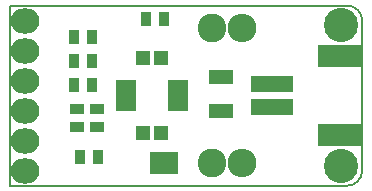
<source format=gbr>
G04 #@! TF.FileFunction,Soldermask,Top*
%FSLAX46Y46*%
G04 Gerber Fmt 4.6, Leading zero omitted, Abs format (unit mm)*
G04 Created by KiCad (PCBNEW 4.0.4-stable) date 02/22/17 18:27:42*
%MOMM*%
%LPD*%
G01*
G04 APERTURE LIST*
%ADD10C,0.100000*%
%ADD11C,0.150000*%
%ADD12C,2.900000*%
%ADD13R,1.200000X1.150000*%
%ADD14R,1.162000X1.924000*%
%ADD15R,3.600000X1.395680*%
%ADD16R,3.600000X1.398220*%
%ADD17R,3.798520X1.898600*%
%ADD18R,3.795980X1.898600*%
%ADD19C,2.432000*%
%ADD20O,2.432000X2.432000*%
%ADD21O,2.432000X2.127200*%
%ADD22R,1.300000X0.900000*%
%ADD23R,0.900000X1.300000*%
%ADD24R,1.800000X0.700000*%
%ADD25R,2.100000X1.300000*%
G04 APERTURE END LIST*
D10*
D11*
X163830000Y-70485000D02*
X135255000Y-70485000D01*
X165100000Y-69215000D02*
X165100000Y-56515000D01*
X163830000Y-55245000D02*
X137160000Y-55245000D01*
X165100000Y-56515000D02*
G75*
G03X163830000Y-55245000I-1270000J0D01*
G01*
X163830000Y-70485000D02*
G75*
G03X165100000Y-69215000I0J1270000D01*
G01*
X137160000Y-55245000D02*
X135255000Y-55245000D01*
X135255000Y-55245000D02*
X135255000Y-70485000D01*
D12*
X163322000Y-56896000D03*
X163322000Y-68834000D03*
D13*
X146570000Y-66040000D03*
X148070000Y-66040000D03*
X146570000Y-59690000D03*
X148070000Y-59690000D03*
D14*
X148936000Y-68580000D03*
X147736000Y-68580000D03*
D15*
X157480000Y-63865760D03*
D16*
X157480000Y-61864240D03*
D17*
X163228020Y-66210180D03*
D18*
X163228020Y-59517280D03*
D19*
X152400000Y-57150000D03*
D20*
X154940000Y-57150000D03*
D19*
X152400000Y-68580000D03*
D20*
X154940000Y-68580000D03*
D21*
X136525000Y-69215000D03*
X136525000Y-66675000D03*
X136525000Y-64135000D03*
X136525000Y-61595000D03*
X136525000Y-59055000D03*
X136525000Y-56515000D03*
D22*
X140970000Y-64020000D03*
X140970000Y-65520000D03*
X142621000Y-65520000D03*
X142621000Y-64020000D03*
D23*
X142736000Y-68072000D03*
X141236000Y-68072000D03*
X142228000Y-59944000D03*
X140728000Y-59944000D03*
X142228000Y-57912000D03*
X140728000Y-57912000D03*
X142228000Y-61976000D03*
X140728000Y-61976000D03*
X146824000Y-56388000D03*
X148324000Y-56388000D03*
D24*
X149520000Y-63865000D03*
X149520000Y-63365000D03*
X149520000Y-62865000D03*
X149520000Y-62365000D03*
X149520000Y-61865000D03*
X145120000Y-61865000D03*
X145120000Y-62365000D03*
X145120000Y-62865000D03*
X145120000Y-63365000D03*
X145120000Y-63865000D03*
D25*
X153162000Y-64188000D03*
X153162000Y-61288000D03*
M02*

</source>
